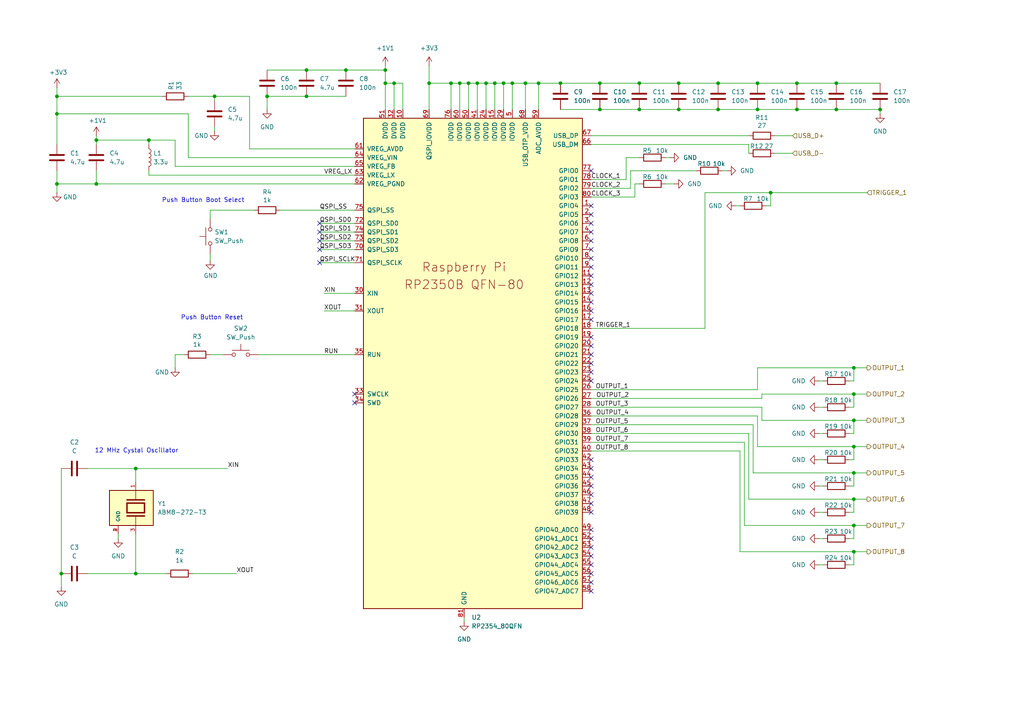
<source format=kicad_sch>
(kicad_sch (version 20250114) (generator "eeschema") (generator_version "9.0")
  (paper "A4")
  (title_block (title "OpenSync Microcontroller and Clock") (date "2025-10-31") (rev "0.1") (company "OpenPIV Consortium") (comment 1 "Microcontroller, crystal clock, and boot select is incl. here."))
  (lib_symbols
    (symbol "ABM8-272-T3:ABM8-272-T3" (pin_names (offset 1.016))
      (property "Reference" "Y" (at -5.0878 6.3559 0))
      (property "Value" "ABM8-272-T3" (at -5.0944 -10.16 0))
      (symbol "ABM8-272-T3_0_0"
        (polyline (pts (xy -5.08 0) (xy -2.54 0)) (stroke (width 0.1524)))
        (rectangle (start -5.08 -7.62) (end 5.08 5.08) (stroke (width 0.254)) (fill (type background)))
        (polyline (pts (xy -2.3368 2.54) (xy -2.3368 -2.54)) (stroke (width 0.4064)))
        (polyline (pts (xy -1.397 2.54) (xy -1.397 -2.54)) (stroke (width 0.4064)))
        (polyline (pts (xy -1.397 2.54) (xy 1.397 2.54)) (stroke (width 0.4064)))
        (polyline (pts (xy 1.397 2.54) (xy 1.397 -2.54)) (stroke (width 0.4064)))
        (polyline (pts (xy 1.397 -2.54) (xy -1.397 -2.54)) (stroke (width 0.4064)))
        (polyline (pts (xy 2.3368 2.54) (xy 2.3368 -2.54)) (stroke (width 0.4064)))
        (polyline (pts (xy 2.54 0) (xy 5.08 0)) (stroke (width 0.1524)))
        (pin passive line (at -7.62 0 0) (length 2.54) (name "~") (number "1"))
        (pin passive line (at 7.62 0 180) (length 2.54) (name "~") (number "3"))
        (pin power_in line (at 7.62 -5.08 180) (length 2.54) (name "GND") (number "2"))
        (pin power_in line (at 7.62 -5.08 180) (length 2.54) (name "GND") (number "4"))
      )
    )
    (symbol "Device:C" (pin_numbers (hide yes)) (pin_names (offset 0.254))
      (property "Reference" "C" (at 0.635 2.54 0))
      (property "Value" "C" (at 0.635 -2.54 0))
      (symbol "C_0_1"
        (polyline (pts (xy -2.032 0.762) (xy 2.032 0.762)) (stroke (width 0.508)))
        (polyline (pts (xy -2.032 -0.762) (xy 2.032 -0.762)) (stroke (width 0.508)))
      )
      (symbol "C_1_1"
        (pin passive line (at 0 3.81 270) (length 2.794) (name "~") (number "1"))
        (pin passive line (at 0 -3.81 90) (length 2.794) (name "~") (number "2"))
      )
    )
    (symbol "Device:L" (pin_numbers (hide yes)) (pin_names (offset 1.016) (hide yes))
      (property "Reference" "L" (at -1.27 0 90))
      (property "Value" "L" (at 1.905 0 90))
      (symbol "L_0_1"
        (arc (start 0 2.54) (mid 0.6323 1.905) (end 0 1.27))
        (arc (start 0 1.27) (mid 0.6323 0.635) (end 0 0))
        (arc (start 0 0) (mid 0.6323 -0.635) (end 0 -1.27))
        (arc (start 0 -1.27) (mid 0.6323 -1.905) (end 0 -2.54))
      )
      (symbol "L_1_1"
        (pin passive line (at 0 3.81 270) (length 1.27) (name "1") (number "1"))
        (pin passive line (at 0 -3.81 90) (length 1.27) (name "2") (number "2"))
      )
    )
    (symbol "Device:R" (pin_numbers (hide yes)) (pin_names (offset 0))
      (property "Reference" "R" (at 2.032 0 90))
      (property "Value" "R" (at 0 0 90))
      (symbol "R_0_1"
        (rectangle (start -1.016 -2.54) (end 1.016 2.54) (stroke (width 0.254)))
      )
      (symbol "R_1_1"
        (pin passive line (at 0 3.81 270) (length 1.27) (name "~") (number "1"))
        (pin passive line (at 0 -3.81 90) (length 1.27) (name "~") (number "2"))
      )
    )
    (symbol "MCU_RaspberryPi_RP2350:RP2350_80QFN" (pin_names (offset 1.016))
      (property "Reference" "U" (at -29.21 49.53 0))
      (property "Value" "RP2350_80QFN" (at 25.4 -96.52 0))
      (symbol "RP2350_80QFN_0_0"
        (text "Raspberry Pi" (at 0 5.08 0) (effects (font (size 2.54 2.54))))
      )
      (symbol "RP2350_80QFN_0_1"
        (rectangle (start -29.21 48.26) (end 34.29 -93.98) (stroke (width 0.254)) (fill (type background)))
      )
      (symbol "RP2350_80QFN_1_0"
        (text "RP2350B QFN-80" (at 0 0 0) (effects (font (size 2.54 2.54))))
      )
      (symbol "RP2350_80QFN_1_1"
        (pin power_in line (at -31.75 39.37 0) (length 2.54) (name "VREG_AVDD") (number "61"))
        (pin power_in line (at -31.75 36.83 0) (length 2.54) (name "VREG_VIN") (number "64"))
        (pin input line (at -31.75 34.29 0) (length 2.54) (name "VREG_FB") (number "65"))
        (pin power_out line (at -31.75 31.75 0) (length 2.54) (name "VREG_LX") (number "63"))
        (pin power_in line (at -31.75 29.21 0) (length 2.54) (name "VREG_PGND") (number "62"))
        (pin bidirectional line (at -31.75 21.59 0) (length 2.54) (name "QSPI_SS") (number "75"))
        (pin bidirectional line (at -31.75 17.78 0) (length 2.54) (name "QSPI_SD0") (number "72"))
        (pin bidirectional line (at -31.75 15.24 0) (length 2.54) (name "QSPI_SD1") (number "74"))
        (pin bidirectional line (at -31.75 12.7 0) (length 2.54) (name "QSPI_SD2") (number "73"))
        (pin bidirectional line (at -31.75 10.16 0) (length 2.54) (name "QSPI_SD3") (number "70"))
        (pin output line (at -31.75 6.35 0) (length 2.54) (name "QSPI_SCLK") (number "71"))
        (pin input line (at -31.75 -2.54 0) (length 2.54) (name "XIN") (number "30"))
        (pin passive line (at -31.75 -7.62 0) (length 2.54) (name "XOUT") (number "31"))
        (pin input line (at -31.75 -20.32 0) (length 2.54) (name "RUN") (number "35"))
        (pin output line (at -31.75 -31.75 0) (length 2.54) (name "SWCLK") (number "33"))
        (pin bidirectional line (at -31.75 -34.29 0) (length 2.54) (name "SWD") (number "34"))
        (pin power_in line (at -22.86 50.8 270) (length 2.54) (name "DVDD") (number "51"))
        (pin power_in line (at -20.32 50.8 270) (length 2.54) (name "DVDD") (number "32"))
        (pin power_in line (at -17.78 50.8 270) (length 2.54) (name "DVDD") (number "10"))
        (pin power_in line (at -10.16 50.8 270) (length 2.54) (name "QSPI_IOVDD") (number "69"))
        (pin power_in line (at -3.81 50.8 270) (length 2.54) (name "IOVDD") (number "76"))
        (pin power_in line (at -1.27 50.8 270) (length 2.54) (name "IOVDD") (number "60"))
        (pin power_in line (at 0 -96.52 90) (length 2.54) (name "GND") (number "81"))
        (pin power_in line (at 1.27 50.8 270) (length 2.54) (name "IOVDD") (number "50"))
        (pin power_in line (at 3.81 50.8 270) (length 2.54) (name "IOVDD") (number "41"))
        (pin power_in line (at 6.35 50.8 270) (length 2.54) (name "IOVDD") (number "24"))
        (pin power_in line (at 8.89 50.8 270) (length 2.54) (name "IOVDD") (number "15"))
        (pin power_in line (at 11.43 50.8 270) (length 2.54) (name "IOVDD") (number "29"))
        (pin power_in line (at 13.97 50.8 270) (length 2.54) (name "IOVDD") (number "5"))
        (pin power_in line (at 17.78 50.8 270) (length 2.54) (name "USB_OTP_VDD") (number "68"))
        (pin power_in line (at 21.59 50.8 270) (length 2.54) (name "ADC_AVDD") (number "59"))
        (pin bidirectional line (at 36.83 43.18 180) (length 2.54) (name "USB_DP") (number "67"))
        (pin bidirectional line (at 36.83 40.64 180) (length 2.54) (name "USB_DM") (number "66"))
        (pin bidirectional line (at 36.83 33.02 180) (length 2.54) (name "GPIO0") (number "77"))
        (pin bidirectional line (at 36.83 30.48 180) (length 2.54) (name "GPIO1") (number "78"))
        (pin bidirectional line (at 36.83 27.94 180) (length 2.54) (name "GPIO2") (number "79"))
        (pin bidirectional line (at 36.83 25.4 180) (length 2.54) (name "GPIO3") (number "80"))
        (pin bidirectional line (at 36.83 22.86 180) (length 2.54) (name "GPIO4") (number "1"))
        (pin bidirectional line (at 36.83 20.32 180) (length 2.54) (name "GPIO5") (number "2"))
        (pin bidirectional line (at 36.83 17.78 180) (length 2.54) (name "GPIO6") (number "3"))
        (pin bidirectional line (at 36.83 15.24 180) (length 2.54) (name "GPIO7") (number "4"))
        (pin bidirectional line (at 36.83 12.7 180) (length 2.54) (name "GPIO8") (number "6"))
        (pin bidirectional line (at 36.83 10.16 180) (length 2.54) (name "GPIO9") (number "7"))
        (pin bidirectional line (at 36.83 7.62 180) (length 2.54) (name "GPIO10") (number "8"))
        (pin bidirectional line (at 36.83 5.08 180) (length 2.54) (name "GPIO11") (number "9"))
        (pin bidirectional line (at 36.83 2.54 180) (length 2.54) (name "GPIO12") (number "11"))
        (pin bidirectional line (at 36.83 0 180) (length 2.54) (name "GPIO13") (number "12"))
        (pin bidirectional line (at 36.83 -2.54 180) (length 2.54) (name "GPIO14") (number "13"))
        (pin bidirectional line (at 36.83 -5.08 180) (length 2.54) (name "GPIO15") (number "14"))
        (pin bidirectional line (at 36.83 -7.62 180) (length 2.54) (name "GPIO16") (number "16"))
        (pin bidirectional line (at 36.83 -10.16 180) (length 2.54) (name "GPIO17") (number "17"))
        (pin bidirectional line (at 36.83 -12.7 180) (length 2.54) (name "GPIO18") (number "18"))
        (pin bidirectional line (at 36.83 -15.24 180) (length 2.54) (name "GPIO19") (number "19"))
        (pin bidirectional line (at 36.83 -17.78 180) (length 2.54) (name "GPIO20") (number "20"))
        (pin bidirectional line (at 36.83 -20.32 180) (length 2.54) (name "GPIO21") (number "21"))
        (pin bidirectional line (at 36.83 -22.86 180) (length 2.54) (name "GPIO22") (number "22"))
        (pin bidirectional line (at 36.83 -25.4 180) (length 2.54) (name "GPIO23") (number "23"))
        (pin bidirectional line (at 36.83 -27.94 180) (length 2.54) (name "GPIO24") (number "25"))
        (pin bidirectional line (at 36.83 -30.48 180) (length 2.54) (name "GPIO25") (number "26"))
        (pin bidirectional line (at 36.83 -33.02 180) (length 2.54) (name "GPIO26") (number "27"))
        (pin bidirectional line (at 36.83 -35.56 180) (length 2.54) (name "GPIO27") (number "28"))
        (pin bidirectional line (at 36.83 -38.1 180) (length 2.54) (name "GPIO28") (number "36"))
        (pin bidirectional line (at 36.83 -40.64 180) (length 2.54) (name "GPIO29") (number "37"))
        (pin bidirectional line (at 36.83 -43.18 180) (length 2.54) (name "GPIO30") (number "38"))
        (pin bidirectional line (at 36.83 -45.72 180) (length 2.54) (name "GPIO31") (number "39"))
        (pin bidirectional line (at 36.83 -48.26 180) (length 2.54) (name "GPIO32") (number "40"))
        (pin bidirectional line (at 36.83 -50.8 180) (length 2.54) (name "GPIO33") (number "42"))
        (pin bidirectional line (at 36.83 -53.34 180) (length 2.54) (name "GPIO34") (number "43"))
        (pin bidirectional line (at 36.83 -55.88 180) (length 2.54) (name "GPIO35") (number "44"))
        (pin bidirectional line (at 36.83 -58.42 180) (length 2.54) (name "GPIO36") (number "45"))
        (pin bidirectional line (at 36.83 -60.96 180) (length 2.54) (name "GPIO37") (number "46"))
        (pin bidirectional line (at 36.83 -63.5 180) (length 2.54) (name "GPIO38") (number "47"))
        (pin bidirectional line (at 36.83 -66.04 180) (length 2.54) (name "GPIO39") (number "48"))
        (pin bidirectional line (at 36.83 -71.12 180) (length 2.54) (name "GPIO40_ADC0") (number "49"))
        (pin bidirectional line (at 36.83 -73.66 180) (length 2.54) (name "GPIO41_ADC1") (number "52"))
        (pin bidirectional line (at 36.83 -76.2 180) (length 2.54) (name "GPIO42_ADC2") (number "53"))
        (pin bidirectional line (at 36.83 -78.74 180) (length 2.54) (name "GPIO43_ADC3") (number "54"))
        (pin bidirectional line (at 36.83 -81.28 180) (length 2.54) (name "GPIO44_ADC4") (number "55"))
        (pin bidirectional line (at 36.83 -83.82 180) (length 2.54) (name "GPIO45_ADC5") (number "56"))
        (pin bidirectional line (at 36.83 -86.36 180) (length 2.54) (name "GPIO46_ADC6") (number "57"))
        (pin bidirectional line (at 36.83 -88.9 180) (length 2.54) (name "GPIO47_ADC7") (number "58"))
      )
    )
    (symbol "Switch:SW_Push" (pin_numbers (hide yes)) (pin_names (offset 1.016) (hide yes))
      (property "Reference" "SW" (at 1.27 2.54 0))
      (property "Value" "SW_Push" (at 0 -1.524 0))
      (symbol "SW_Push_0_1"
        (circle (center -2.032 0) (radius 0.508))
        (polyline (pts (xy 0 1.27) (xy 0 3.048)))
        (circle (center 2.032 0) (radius 0.508))
        (polyline (pts (xy 2.54 1.27) (xy -2.54 1.27)))
        (pin passive line (at -5.08 0 0) (length 2.54) (name "1") (number "1"))
        (pin passive line (at 5.08 0 180) (length 2.54) (name "2") (number "2"))
      )
    )
    (symbol "power:+1V1" (power) (pin_numbers (hide yes)) (pin_names (offset 0) (hide yes))
      (property "Value" "+1V1" (at 0 3.556 0))
      (symbol "+1V1_0_1"
        (polyline (pts (xy -0.762 1.27) (xy 0 2.54)))
        (polyline (pts (xy 0 2.54) (xy 0.762 1.27)))
        (polyline (pts (xy 0 0) (xy 0 2.54)))
      )
      (symbol "+1V1_1_1"
        (pin power_in line (at 0 0 90) (length 0) (name "~") (number "1"))
      )
    )
    (symbol "power:+3V3" (power) (pin_numbers (hide yes)) (pin_names (offset 0) (hide yes))
      (property "Value" "+3V3" (at 0 3.556 0))
      (symbol "+3V3_0_1"
        (polyline (pts (xy -0.762 1.27) (xy 0 2.54)))
        (polyline (pts (xy 0 2.54) (xy 0.762 1.27)))
        (polyline (pts (xy 0 0) (xy 0 2.54)))
      )
      (symbol "+3V3_1_1"
        (pin power_in line (at 0 0 90) (length 0) (name "~") (number "1"))
      )
    )
    (symbol "power:GND" (power) (pin_numbers (hide yes)) (pin_names (offset 0) (hide yes))
      (property "Value" "GND" (at 0 -3.81 0))
      (symbol "GND_0_1"
        (polyline (pts (xy 0 0) (xy 0 -1.27) (xy 1.27 -1.27) (xy 0 -2.54) (xy -1.27 -1.27) (xy 0 -1.27)))
      )
      (symbol "GND_1_1"
        (pin power_in line (at 0 0 270) (length 0) (name "~") (number "1"))
      )
    )
  )
  (text "12 MHz Cystal Oscillator" (at 39.624 130.81 0) (effects (font (size 1.27 1.27))))
  (text "Push Button Boot Select" (at 58.928 58.166 0) (effects (font (size 1.27 1.27))))
  (text "Push Button Reset" (at 61.468 92.202 0) (effects (font (size 1.27 1.27))))
  (junction (at 247.65 152.4))
  (junction (at 156.21 24.13))
  (junction (at 88.9 20.32))
  (junction (at 219.71 31.75))
  (junction (at 231.14 31.75))
  (junction (at 16.51 33.02))
  (junction (at 148.59 24.13))
  (junction (at 27.94 53.34))
  (junction (at 133.35 24.13))
  (junction (at 138.43 24.13))
  (junction (at 16.51 53.34))
  (junction (at 255.27 31.75))
  (junction (at 247.65 160.02))
  (junction (at 143.51 24.13))
  (junction (at 208.28 31.75))
  (junction (at 62.23 27.94))
  (junction (at 242.57 31.75))
  (junction (at 196.85 24.13))
  (junction (at 208.28 24.13))
  (junction (at 162.56 24.13))
  (junction (at 185.42 31.75))
  (junction (at 247.65 144.78))
  (junction (at 247.65 114.3))
  (junction (at 39.37 135.89))
  (junction (at 146.05 24.13))
  (junction (at 223.52 55.88))
  (junction (at 39.37 166.37))
  (junction (at 173.99 31.75))
  (junction (at 88.9 27.94))
  (junction (at 17.78 166.37))
  (junction (at 247.65 137.16))
  (junction (at 114.3 24.13))
  (junction (at 124.46 24.13))
  (junction (at 185.42 24.13))
  (junction (at 173.99 24.13))
  (junction (at 247.65 106.68))
  (junction (at 111.76 24.13))
  (junction (at 140.97 24.13))
  (junction (at 242.57 24.13))
  (junction (at 130.81 24.13))
  (junction (at 16.51 27.94))
  (junction (at 77.47 27.94))
  (junction (at 100.33 20.32))
  (junction (at 231.14 24.13))
  (junction (at 135.89 24.13))
  (junction (at 247.65 129.54))
  (junction (at 247.65 121.92))
  (junction (at 27.94 40.64))
  (junction (at 152.4 24.13))
  (junction (at 219.71 24.13))
  (junction (at 196.85 31.75))
  (junction (at 111.76 20.32))
  (junction (at 43.18 40.64))
  (no_connect (at 171.45 62.23))
  (no_connect (at 171.45 146.05))
  (no_connect (at 171.45 133.35))
  (no_connect (at 171.45 72.39))
  (no_connect (at 171.45 143.51))
  (no_connect (at 171.45 107.95))
  (no_connect (at 171.45 156.21))
  (no_connect (at 171.45 97.79))
  (no_connect (at 171.45 148.59))
  (no_connect (at 171.45 153.67))
  (no_connect (at 171.45 82.55))
  (no_connect (at 171.45 102.87))
  (no_connect (at 171.45 64.77))
  (no_connect (at 171.45 77.47))
  (no_connect (at 171.45 67.31))
  (no_connect (at 171.45 74.93))
  (no_connect (at 171.45 90.17))
  (no_connect (at 92.71 76.2))
  (no_connect (at 171.45 138.43))
  (no_connect (at 171.45 168.91))
  (no_connect (at 92.71 64.77))
  (no_connect (at 171.45 163.83))
  (no_connect (at 171.45 166.37))
  (no_connect (at 171.45 69.85))
  (no_connect (at 171.45 100.33))
  (no_connect (at 102.87 114.3))
  (no_connect (at 171.45 80.01))
  (no_connect (at 171.45 92.71))
  (no_connect (at 171.45 161.29))
  (no_connect (at 92.71 72.39))
  (no_connect (at 171.45 110.49))
  (no_connect (at 92.71 67.31))
  (no_connect (at 171.45 59.69))
  (no_connect (at 102.87 116.84))
  (no_connect (at 171.45 158.75))
  (no_connect (at 92.71 69.85))
  (no_connect (at 171.45 85.09))
  (no_connect (at 171.45 171.45))
  (no_connect (at 171.45 135.89))
  (no_connect (at 171.45 87.63))
  (no_connect (at 171.45 140.97))
  (no_connect (at 171.45 105.41))
  (no_connect (at 171.45 49.53))
  (wire (pts (xy 224.79 39.37) (xy 229.87 39.37)))
  (wire (pts (xy 130.81 24.13) (xy 130.81 31.75)))
  (wire (pts (xy 247.65 129.54) (xy 247.65 133.35)))
  (wire (pts (xy 219.71 106.68) (xy 247.65 106.68)))
  (wire (pts (xy 27.94 53.34) (xy 102.87 53.34)))
  (wire (pts (xy 124.46 19.05) (xy 124.46 24.13)))
  (wire (pts (xy 237.49 110.49) (xy 238.76 110.49)))
  (wire (pts (xy 215.9 128.27) (xy 215.9 152.4)))
  (wire (pts (xy 116.84 31.75) (xy 116.84 24.13)))
  (wire (pts (xy 43.18 50.8) (xy 102.87 50.8)))
  (wire (pts (xy 223.52 55.88) (xy 251.46 55.88)))
  (wire (pts (xy 124.46 31.75) (xy 124.46 24.13)))
  (wire (pts (xy 204.47 55.88) (xy 223.52 55.88)))
  (wire (pts (xy 247.65 144.78) (xy 251.46 144.78)))
  (wire (pts (xy 247.65 106.68) (xy 247.65 110.49)))
  (wire (pts (xy 92.71 69.85) (xy 102.87 69.85)))
  (wire (pts (xy 135.89 24.13) (xy 138.43 24.13)))
  (wire (pts (xy 209.55 49.53) (xy 210.82 49.53)))
  (wire (pts (xy 74.93 102.87) (xy 102.87 102.87)))
  (wire (pts (xy 223.52 55.88) (xy 223.52 59.69)))
  (wire (pts (xy 39.37 166.37) (xy 39.37 154.94)))
  (wire (pts (xy 171.45 115.57) (xy 220.98 115.57)))
  (wire (pts (xy 148.59 24.13) (xy 152.4 24.13)))
  (wire (pts (xy 53.34 102.87) (xy 50.8 102.87)))
  (wire (pts (xy 231.14 24.13) (xy 242.57 24.13)))
  (wire (pts (xy 247.65 118.11) (xy 246.38 118.11)))
  (wire (pts (xy 171.45 125.73) (xy 217.17 125.73)))
  (wire (pts (xy 25.4 135.89) (xy 39.37 135.89)))
  (wire (pts (xy 93.98 85.09) (xy 102.87 85.09)))
  (wire (pts (xy 116.84 24.13) (xy 114.3 24.13)))
  (wire (pts (xy 247.65 133.35) (xy 246.38 133.35)))
  (wire (pts (xy 220.98 114.3) (xy 247.65 114.3)))
  (wire (pts (xy 143.51 24.13) (xy 143.51 31.75)))
  (wire (pts (xy 247.65 140.97) (xy 246.38 140.97)))
  (wire (pts (xy 247.65 110.49) (xy 246.38 110.49)))
  (wire (pts (xy 247.65 137.16) (xy 247.65 140.97)))
  (wire (pts (xy 237.49 156.21) (xy 238.76 156.21)))
  (wire (pts (xy 184.15 53.34) (xy 184.15 57.15)))
  (wire (pts (xy 152.4 24.13) (xy 152.4 31.75)))
  (wire (pts (xy 247.65 137.16) (xy 251.46 137.16)))
  (wire (pts (xy 50.8 40.64) (xy 43.18 40.64)))
  (wire (pts (xy 171.45 41.91) (xy 217.17 41.91)))
  (wire (pts (xy 219.71 24.13) (xy 231.14 24.13)))
  (wire (pts (xy 223.52 59.69) (xy 222.25 59.69)))
  (wire (pts (xy 27.94 39.37) (xy 27.94 40.64)))
  (wire (pts (xy 60.96 60.96) (xy 60.96 63.5)))
  (wire (pts (xy 50.8 48.26) (xy 102.87 48.26)))
  (wire (pts (xy 185.42 31.75) (xy 196.85 31.75)))
  (wire (pts (xy 100.33 20.32) (xy 111.76 20.32)))
  (wire (pts (xy 16.51 25.4) (xy 16.51 27.94)))
  (wire (pts (xy 16.51 53.34) (xy 27.94 53.34)))
  (wire (pts (xy 92.71 72.39) (xy 102.87 72.39)))
  (wire (pts (xy 54.61 27.94) (xy 62.23 27.94)))
  (wire (pts (xy 201.93 49.53) (xy 182.88 49.53)))
  (wire (pts (xy 196.85 31.75) (xy 208.28 31.75)))
  (wire (pts (xy 237.49 133.35) (xy 238.76 133.35)))
  (wire (pts (xy 181.61 45.72) (xy 181.61 52.07)))
  (wire (pts (xy 16.51 49.53) (xy 16.51 53.34)))
  (wire (pts (xy 50.8 48.26) (xy 50.8 40.64)))
  (wire (pts (xy 43.18 50.8) (xy 43.18 49.53)))
  (wire (pts (xy 111.76 24.13) (xy 111.76 31.75)))
  (wire (pts (xy 92.71 76.2) (xy 102.87 76.2)))
  (wire (pts (xy 72.39 27.94) (xy 72.39 43.18)))
  (wire (pts (xy 162.56 24.13) (xy 173.99 24.13)))
  (wire (pts (xy 25.4 166.37) (xy 39.37 166.37)))
  (wire (pts (xy 93.98 90.17) (xy 102.87 90.17)))
  (wire (pts (xy 193.04 53.34) (xy 195.58 53.34)))
  (wire (pts (xy 133.35 24.13) (xy 133.35 31.75)))
  (wire (pts (xy 171.45 123.19) (xy 218.44 123.19)))
  (wire (pts (xy 220.98 121.92) (xy 247.65 121.92)))
  (wire (pts (xy 114.3 24.13) (xy 111.76 24.13)))
  (wire (pts (xy 219.71 113.03) (xy 219.71 106.68)))
  (wire (pts (xy 218.44 137.16) (xy 247.65 137.16)))
  (wire (pts (xy 214.63 130.81) (xy 214.63 160.02)))
  (wire (pts (xy 39.37 166.37) (xy 48.26 166.37)))
  (wire (pts (xy 62.23 27.94) (xy 62.23 29.21)))
  (wire (pts (xy 34.29 154.94) (xy 34.29 156.21)))
  (wire (pts (xy 247.65 152.4) (xy 247.65 156.21)))
  (wire (pts (xy 182.88 54.61) (xy 171.45 54.61)))
  (wire (pts (xy 16.51 27.94) (xy 16.51 33.02)))
  (wire (pts (xy 237.49 118.11) (xy 238.76 118.11)))
  (wire (pts (xy 16.51 27.94) (xy 46.99 27.94)))
  (wire (pts (xy 184.15 57.15) (xy 171.45 57.15)))
  (wire (pts (xy 184.15 53.34) (xy 185.42 53.34)))
  (wire (pts (xy 247.65 121.92) (xy 247.65 125.73)))
  (wire (pts (xy 16.51 33.02) (xy 54.61 33.02)))
  (wire (pts (xy 138.43 24.13) (xy 140.97 24.13)))
  (wire (pts (xy 237.49 140.97) (xy 238.76 140.97)))
  (wire (pts (xy 171.45 39.37) (xy 217.17 39.37)))
  (wire (pts (xy 217.17 125.73) (xy 217.17 144.78)))
  (wire (pts (xy 171.45 120.65) (xy 219.71 120.65)))
  (wire (pts (xy 54.61 45.72) (xy 102.87 45.72)))
  (wire (pts (xy 55.88 166.37) (xy 68.58 166.37)))
  (wire (pts (xy 111.76 20.32) (xy 111.76 24.13)))
  (wire (pts (xy 247.65 148.59) (xy 246.38 148.59)))
  (wire (pts (xy 148.59 24.13) (xy 148.59 31.75)))
  (wire (pts (xy 247.65 121.92) (xy 251.46 121.92)))
  (wire (pts (xy 77.47 20.32) (xy 88.9 20.32)))
  (wire (pts (xy 60.96 73.66) (xy 60.96 75.565)))
  (wire (pts (xy 156.21 24.13) (xy 162.56 24.13)))
  (wire (pts (xy 220.98 115.57) (xy 220.98 114.3)))
  (wire (pts (xy 60.96 102.87) (xy 64.77 102.87)))
  (wire (pts (xy 237.49 163.83) (xy 238.76 163.83)))
  (wire (pts (xy 247.65 163.83) (xy 246.38 163.83)))
  (wire (pts (xy 247.65 156.21) (xy 246.38 156.21)))
  (wire (pts (xy 134.62 179.07) (xy 134.62 180.34)))
  (wire (pts (xy 140.97 24.13) (xy 140.97 31.75)))
  (wire (pts (xy 247.65 160.02) (xy 247.65 163.83)))
  (wire (pts (xy 208.28 31.75) (xy 219.71 31.75)))
  (wire (pts (xy 77.47 27.94) (xy 88.9 27.94)))
  (wire (pts (xy 214.63 160.02) (xy 247.65 160.02)))
  (wire (pts (xy 185.42 24.13) (xy 196.85 24.13)))
  (wire (pts (xy 242.57 31.75) (xy 255.27 31.75)))
  (wire (pts (xy 171.45 113.03) (xy 219.71 113.03)))
  (wire (pts (xy 171.45 130.81) (xy 214.63 130.81)))
  (wire (pts (xy 72.39 43.18) (xy 102.87 43.18)))
  (wire (pts (xy 219.71 31.75) (xy 231.14 31.75)))
  (wire (pts (xy 114.3 24.13) (xy 114.3 31.75)))
  (wire (pts (xy 62.23 27.94) (xy 72.39 27.94)))
  (wire (pts (xy 220.98 118.11) (xy 220.98 121.92)))
  (wire (pts (xy 204.47 55.88) (xy 204.47 95.25)))
  (wire (pts (xy 231.14 31.75) (xy 242.57 31.75)))
  (wire (pts (xy 81.28 60.96) (xy 102.87 60.96)))
  (wire (pts (xy 162.56 31.75) (xy 173.99 31.75)))
  (wire (pts (xy 140.97 24.13) (xy 143.51 24.13)))
  (wire (pts (xy 27.94 49.53) (xy 27.94 53.34)))
  (wire (pts (xy 247.65 160.02) (xy 251.46 160.02)))
  (wire (pts (xy 92.71 67.31) (xy 102.87 67.31)))
  (wire (pts (xy 173.99 24.13) (xy 185.42 24.13)))
  (wire (pts (xy 217.17 41.91) (xy 217.17 44.45)))
  (wire (pts (xy 39.37 135.89) (xy 39.37 139.7)))
  (wire (pts (xy 219.71 129.54) (xy 247.65 129.54)))
  (wire (pts (xy 77.47 27.94) (xy 77.47 31.75)))
  (wire (pts (xy 242.57 24.13) (xy 255.27 24.13)))
  (wire (pts (xy 173.99 31.75) (xy 185.42 31.75)))
  (wire (pts (xy 88.9 20.32) (xy 100.33 20.32)))
  (wire (pts (xy 247.65 106.68) (xy 251.46 106.68)))
  (wire (pts (xy 133.35 24.13) (xy 135.89 24.13)))
  (wire (pts (xy 217.17 144.78) (xy 247.65 144.78)))
  (wire (pts (xy 66.04 135.89) (xy 39.37 135.89)))
  (wire (pts (xy 146.05 24.13) (xy 146.05 31.75)))
  (wire (pts (xy 219.71 120.65) (xy 219.71 129.54)))
  (wire (pts (xy 27.94 40.64) (xy 43.18 40.64)))
  (wire (pts (xy 16.51 33.02) (xy 16.51 41.91)))
  (wire (pts (xy 143.51 24.13) (xy 146.05 24.13)))
  (wire (pts (xy 17.78 135.89) (xy 17.78 166.37)))
  (wire (pts (xy 135.89 24.13) (xy 135.89 31.75)))
  (wire (pts (xy 124.46 24.13) (xy 130.81 24.13)))
  (wire (pts (xy 247.65 125.73) (xy 246.38 125.73)))
  (wire (pts (xy 213.36 59.69) (xy 214.63 59.69)))
  (wire (pts (xy 204.47 95.25) (xy 171.45 95.25)))
  (wire (pts (xy 152.4 24.13) (xy 156.21 24.13)))
  (wire (pts (xy 62.23 38.1) (xy 62.23 36.83)))
  (wire (pts (xy 146.05 24.13) (xy 148.59 24.13)))
  (wire (pts (xy 182.88 49.53) (xy 182.88 54.61)))
  (wire (pts (xy 247.65 152.4) (xy 251.46 152.4)))
  (wire (pts (xy 224.79 44.45) (xy 229.87 44.45)))
  (wire (pts (xy 215.9 152.4) (xy 247.65 152.4)))
  (wire (pts (xy 247.65 144.78) (xy 247.65 148.59)))
  (wire (pts (xy 92.71 64.77) (xy 102.87 64.77)))
  (wire (pts (xy 17.78 166.37) (xy 17.78 170.18)))
  (wire (pts (xy 218.44 123.19) (xy 218.44 137.16)))
  (wire (pts (xy 27.94 41.91) (xy 27.94 40.64)))
  (wire (pts (xy 111.76 19.05) (xy 111.76 20.32)))
  (wire (pts (xy 50.8 102.87) (xy 50.8 106.68)))
  (wire (pts (xy 138.43 24.13) (xy 138.43 31.75)))
  (wire (pts (xy 54.61 33.02) (xy 54.61 45.72)))
  (wire (pts (xy 255.27 31.75) (xy 255.27 33.02)))
  (wire (pts (xy 237.49 125.73) (xy 238.76 125.73)))
  (wire (pts (xy 130.81 24.13) (xy 133.35 24.13)))
  (wire (pts (xy 237.49 148.59) (xy 238.76 148.59)))
  (wire (pts (xy 156.21 24.13) (xy 156.21 31.75)))
  (wire (pts (xy 43.18 40.64) (xy 43.18 41.91)))
  (wire (pts (xy 171.45 128.27) (xy 215.9 128.27)))
  (wire (pts (xy 181.61 45.72) (xy 185.42 45.72)))
  (wire (pts (xy 208.28 24.13) (xy 219.71 24.13)))
  (wire (pts (xy 171.45 118.11) (xy 220.98 118.11)))
  (wire (pts (xy 88.9 27.94) (xy 100.33 27.94)))
  (wire (pts (xy 247.65 114.3) (xy 247.65 118.11)))
  (wire (pts (xy 16.51 53.34) (xy 16.51 55.88)))
  (wire (pts (xy 193.04 45.72) (xy 194.31 45.72)))
  (wire (pts (xy 247.65 114.3) (xy 251.46 114.3)))
  (wire (pts (xy 73.66 60.96) (xy 60.96 60.96)))
  (wire (pts (xy 181.61 52.07) (xy 171.45 52.07)))
  (wire (pts (xy 196.85 24.13) (xy 208.28 24.13)))
  (wire (pts (xy 247.65 129.54) (xy 251.46 129.54)))
  (label "OUTPUT_3" (at 172.72 118.11 0))
  (label "XOUT" (at 68.58 166.37 0))
  (label "XIN" (at 93.98 85.09 0))
  (label "OUTPUT_1" (at 172.72 113.03 0))
  (label "CLOCK_2" (at 171.45 54.61 0))
  (label "RUN" (at 93.98 102.87 0))
  (label "OUTPUT_2" (at 172.8998 115.57 0))
  (label "QSPI_SS" (at 92.71 60.96 0))
  (label "OUTPUT_5" (at 172.72 123.19 0))
  (label "TRIGGER_1" (at 172.72 95.25 0))
  (label "XIN" (at 66.04 135.89 0))
  (label "OUTPUT_8" (at 172.72 130.81 0))
  (label "QSPI_SD0" (at 92.71 64.77 0))
  (label "QSPI_SCLK" (at 92.71 76.2 0))
  (label "CLOCK_3" (at 171.45 57.15 0))
  (label "QSPI_SD3" (at 92.71 72.39 0))
  (label "QSPI_SD1" (at 92.71 67.31 0))
  (label "VREG_LX" (at 93.98 50.8 0))
  (label "XOUT" (at 93.98 90.17 0))
  (label "CLOCK_1" (at 171.45 52.07 0))
  (label "OUTPUT_7" (at 172.72 128.27 0))
  (label "QSPI_SD2" (at 92.71 69.85 0))
  (label "OUTPUT_4" (at 172.8453 120.65 0))
  (label "OUTPUT_6" (at 172.72 125.73 0))
  (hierarchical_label "OUTPUT_7" (shape output) (at 251.46 152.4 0))
  (hierarchical_label "OUTPUT_6" (shape output) (at 251.46 144.78 0))
  (hierarchical_label "OUTPUT_1" (shape output) (at 251.46 106.68 0))
  (hierarchical_label "OUTPUT_2" (shape output) (at 251.46 114.3 0))
  (hierarchical_label "OUTPUT_3" (shape output) (at 251.46 121.92 0))
  (hierarchical_label "TRIGGER_1" (shape input) (at 251.46 55.88 0))
  (hierarchical_label "OUTPUT_4" (shape output) (at 251.46 129.54 0))
  (hierarchical_label "OUTPUT_5" (shape output) (at 251.46 137.16 0))
  (hierarchical_label "OUTPUT_8" (shape output) (at 251.46 160.02 0))
  (hierarchical_label "USB_D-" (shape input) (at 229.87 44.45 0))
  (hierarchical_label "USB_D+" (shape input) (at 229.87 39.37 0))
  (symbol (lib_id "power:GND") (at 237.49 125.73 270) (unit 1)
    (property "Reference" "#PWR045" (effects (hide yes)))
    (property "Value" "GND" (at 233.68 125.7299 90) (effects (justify right)))
    (property "Description" "Power symbol creates a global label with name \"GND\" , ground" (effects (hide yes)))
  )
  (symbol (lib_id "power:GND") (at 34.29 156.21 0) (unit 1)
    (property "Reference" "#PWR01" (effects (hide yes)))
    (property "Value" "GND" (at 34.29 161.29 0))
    (property "Description" "Power symbol creates a global label with name \"GND\" , ground" (effects (hide yes)))
  )
  (symbol (lib_id "power:GND") (at 237.49 163.83 270) (unit 1)
    (property "Reference" "#PWR050" (effects (hide yes)))
    (property "Value" "GND" (at 233.68 163.8299 90) (effects (justify right)))
    (property "Description" "Power symbol creates a global label with name \"GND\" , ground" (effects (hide yes)))
  )
  (symbol (lib_id "power:+3V3") (at 124.46 19.05 0) (unit 1)
    (property "Reference" "#PWR051" (effects (hide yes)))
    (property "Value" "+3V3" (at 124.46 13.97 0))
    (property "Description" "Power symbol creates a global label with name \"+3V3\"" (effects (hide yes)))
  )
  (symbol (lib_id "power:GND") (at 134.62 180.34 0) (unit 1)
    (property "Reference" "#PWR032" (effects (hide yes)))
    (property "Value" "GND" (at 134.62 185.42 0))
    (property "Description" "Power symbol creates a global label with name \"GND\" , ground" (effects (hide yes)))
  )
  (symbol (lib_id "power:GND") (at 210.82 49.53 90) (unit 1)
    (property "Reference" "#PWR038" (effects (hide yes)))
    (property "Value" "GND" (at 214.63 49.5299 90) (effects (justify right)))
    (property "Description" "Power symbol creates a global label with name \"GND\" , ground" (effects (hide yes)))
  )
  (symbol (lib_id "Device:R") (at 57.15 102.87 270) (unit 1)
    (property "Reference" "R3" (at 57.15 97.6122 90))
    (property "Value" "1k" (at 57.15 99.9236 90))
    (property "Footprint" "Resistor_SMD:R_0402_1005Metric" (effects (hide yes)))
  )
  (symbol (lib_id "power:GND") (at 62.23 38.1 0) (unit 1)
    (property "Reference" "#PWR058" (effects (hide yes)))
    (property "Value" "GND" (at 58.42 39.37 0))
  )
  (symbol (lib_id "Device:C") (at 231.14 27.94 0) (unit 1)
    (property "Reference" "C15" (at 234.95 26.6699 0) (effects (justify left)))
    (property "Value" "100n" (at 234.95 29.2099 0) (effects (justify left)))
    (property "Footprint" "RP2350_80QFN_minimal:C_0402_1005Metric_small_pads" (effects (hide yes)))
    (property "Description" "Unpolarized capacitor" (effects (hide yes)))
  )
  (symbol (lib_id "power:+1V1") (at 27.94 39.37 0) (unit 1)
    (property "Reference" "#PWR057" (effects (hide yes)))
    (property "Value" "+1V1" (at 28.321 34.9758 0))
  )
  (symbol (lib_id "Device:C") (at 185.42 27.94 0) (unit 1)
    (property "Reference" "C11" (at 189.23 26.6699 0) (effects (justify left)))
    (property "Value" "100n" (at 189.23 29.2099 0) (effects (justify left)))
    (property "Footprint" "RP2350_80QFN_minimal:C_0402_1005Metric_small_pads" (effects (hide yes)))
    (property "Description" "Unpolarized capacitor" (effects (hide yes)))
  )
  (symbol (lib_id "Device:C") (at 162.56 27.94 0) (unit 1)
    (property "Reference" "C9" (at 166.37 26.6699 0) (effects (justify left)))
    (property "Value" "100n" (at 166.37 29.21 0) (effects (justify left)))
    (property "Footprint" "RP2350_80QFN_minimal:C_0402_1005Metric_small_pads" (effects (hide yes)))
    (property "Description" "Unpolarized capacitor" (effects (hide yes)))
  )
  (symbol (lib_id "power:GND") (at 213.36 59.69 270) (unit 1)
    (property "Reference" "#PWR033" (effects (hide yes)))
    (property "Value" "GND" (at 209.55 59.6899 90) (effects (justify right)))
    (property "Description" "Power symbol creates a global label with name \"GND\" , ground" (effects (hide yes)))
  )
  (symbol (lib_id "Switch:SW_Push") (at 69.85 102.87 0) (unit 1)
    (property "Reference" "SW2" (at 69.85 95.25 0))
    (property "Value" "SW_Push" (at 69.85 97.79 0))
    (property "Footprint" "Button_Switch_SMD:SW_Push_1P1T_NO_Vertical_Wuerth_434133025816" (effects (hide yes)))
  )
  (symbol (lib_id "Device:R") (at 189.23 53.34 270) (unit 1)
    (property "Reference" "R6" (at 187.706 51.308 90))
    (property "Value" "10k" (at 192.024 51.308 90))
    (property "Footprint" "Resistor_SMD:R_0402_1005Metric" (effects (hide yes)))
  )
  (symbol (lib_id "power:GND") (at 237.49 140.97 270) (unit 1)
    (property "Reference" "#PWR047" (effects (hide yes)))
    (property "Value" "GND" (at 233.68 140.9699 90) (effects (justify right)))
    (property "Description" "Power symbol creates a global label with name \"GND\" , ground" (effects (hide yes)))
  )
  (symbol (lib_id "Device:C") (at 100.33 24.13 0) (unit 1)
    (property "Reference" "C8" (at 104.14 22.8599 0) (effects (justify left)))
    (property "Value" "100n" (at 104.14 25.3999 0) (effects (justify left)))
    (property "Footprint" "RP2350_80QFN_minimal:C_0402_1005Metric_small_pads" (effects (hide yes)))
    (property "Description" "Unpolarized capacitor" (effects (hide yes)))
  )
  (symbol (lib_id "Device:R") (at 220.98 44.45 270) (unit 1)
    (property "Reference" "R12" (at 219.456 42.418 90))
    (property "Value" "27" (at 223.012 42.418 90))
    (property "Footprint" "Resistor_SMD:R_0402_1005Metric" (effects (hide yes)))
  )
  (symbol (lib_id "Device:R") (at 242.57 110.49 270) (unit 1)
    (property "Reference" "R17" (at 241.046 108.458 90))
    (property "Value" "10k" (at 245.364 108.458 90))
    (property "Footprint" "Resistor_SMD:R_0402_1005Metric" (effects (hide yes)))
  )
  (symbol (lib_id "Device:C") (at 208.28 27.94 0) (unit 1)
    (property "Reference" "C13" (at 212.09 26.6699 0) (effects (justify left)))
    (property "Value" "100n" (at 212.09 29.2099 0) (effects (justify left)))
    (property "Footprint" "RP2350_80QFN_minimal:C_0402_1005Metric_small_pads" (effects (hide yes)))
    (property "Description" "Unpolarized capacitor" (effects (hide yes)))
  )
  (symbol (lib_id "Device:R") (at 242.57 133.35 270) (unit 1)
    (property "Reference" "R20" (at 241.046 131.318 90))
    (property "Value" "10k" (at 245.364 131.318 90))
    (property "Footprint" "Resistor_SMD:R_0402_1005Metric" (effects (hide yes)))
  )
  (symbol (lib_id "Device:C") (at 21.59 166.37 90) (unit 1)
    (property "Reference" "C3" (at 21.59 158.75 90))
    (property "Value" "C" (at 21.59 161.29 90))
    (property "Footprint" "RP2350_80QFN_minimal:C_0402_1005Metric_small_pads" (effects (hide yes)))
    (property "Description" "Unpolarized capacitor" (effects (hide yes)))
  )
  (symbol (lib_id "Device:C") (at 255.27 27.94 0) (unit 1)
    (property "Reference" "C17" (at 259.08 26.6699 0) (effects (justify left)))
    (property "Value" "100n" (at 259.08 29.2099 0) (effects (justify left)))
    (property "Footprint" "RP2350_80QFN_minimal:C_0402_1005Metric_small_pads" (effects (hide yes)))
    (property "Description" "Unpolarized capacitor" (effects (hide yes)))
  )
  (symbol (lib_id "power:GND") (at 237.49 156.21 270) (unit 1)
    (property "Reference" "#PWR049" (effects (hide yes)))
    (property "Value" "GND" (at 233.68 156.2099 90) (effects (justify right)))
    (property "Description" "Power symbol creates a global label with name \"GND\" , ground" (effects (hide yes)))
  )
  (symbol (lib_id "power:GND") (at 255.27 33.02 0) (unit 1)
    (property "Reference" "#PWR052" (effects (hide yes)))
    (property "Value" "GND" (at 255.27 38.1 0))
    (property "Description" "Power symbol creates a global label with name \"GND\" , ground" (effects (hide yes)))
  )
  (symbol (lib_id "power:GND") (at 60.96 75.565 0) (unit 1)
    (property "Reference" "#PWR059" (effects (hide yes)))
    (property "Value" "GND" (at 61.087 79.9592 0))
  )
  (symbol (lib_id "Device:R") (at 220.98 39.37 270) (unit 1)
    (property "Reference" "R11" (at 220.98 34.1122 90))
    (property "Value" "27" (at 220.98 36.4236 90))
    (property "Footprint" "Resistor_SMD:R_0402_1005Metric" (effects (hide yes)))
  )
  (symbol (lib_id "Device:C") (at 62.23 33.02 0) (unit 1)
    (property "Reference" "C5" (at 66.04 31.7499 0) (effects (justify left)))
    (property "Value" "4.7u" (at 66.04 34.2899 0) (effects (justify left)))
    (property "Footprint" "RP2350_80QFN_minimal:C_0402_1005Metric_small_pads" (effects (hide yes)))
  )
  (symbol (lib_id "Device:R") (at 242.57 118.11 270) (unit 1)
    (property "Reference" "R18" (at 241.046 116.078 90))
    (property "Value" "10k" (at 245.364 116.078 90))
    (property "Footprint" "Resistor_SMD:R_0402_1005Metric" (effects (hide yes)))
  )
  (symbol (lib_id "power:GND") (at 17.78 170.18 0) (unit 1)
    (property "Reference" "#PWR09" (effects (hide yes)))
    (property "Value" "GND" (at 17.78 175.26 0))
    (property "Description" "Power symbol creates a global label with name \"GND\" , ground" (effects (hide yes)))
  )
  (symbol (lib_id "power:GND") (at 194.31 45.72 90) (unit 1)
    (property "Reference" "#PWR035" (effects (hide yes)))
    (property "Value" "GND" (at 198.12 45.7199 90) (effects (justify right)))
    (property "Description" "Power symbol creates a global label with name \"GND\" , ground" (effects (hide yes)))
  )
  (symbol (lib_id "power:GND") (at 77.47 31.75 0) (unit 1)
    (property "Reference" "#PWR054" (effects (hide yes)))
    (property "Value" "GND" (at 77.47 36.83 0))
    (property "Description" "Power symbol creates a global label with name \"GND\" , ground" (effects (hide yes)))
  )
  (symbol (lib_id "MCU_RaspberryPi_RP2350:RP2350_80QFN") (at 134.62 82.55 0) (unit 1)
    (property "Reference" "U2" (at 136.7633 179.07 0) (effects (justify left)))
    (property "Value" "RP2354_80QFN" (at 136.7633 181.61 0) (effects (justify left)))
    (property "Footprint" "RP2350_80QFN_minimal:RP2350-QFN-80-1EP_10x10_P0.4mm_EP3.4x3.4mm_ThermalVias" (effects (hide yes)))
  )
  (symbol (lib_id "power:GND") (at 237.49 133.35 270) (unit 1)
    (property "Reference" "#PWR046" (effects (hide yes)))
    (property "Value" "GND" (at 233.68 133.3499 90) (effects (justify right)))
    (property "Description" "Power symbol creates a global label with name \"GND\" , ground" (effects (hide yes)))
  )
  (symbol (lib_id "Device:C") (at 219.71 27.94 0) (unit 1)
    (property "Reference" "C14" (at 223.52 26.6699 0) (effects (justify left)))
    (property "Value" "100n" (at 223.52 29.2099 0) (effects (justify left)))
    (property "Footprint" "RP2350_80QFN_minimal:C_0402_1005Metric_small_pads" (effects (hide yes)))
    (property "Description" "Unpolarized capacitor" (effects (hide yes)))
  )
  (symbol (lib_id "Device:R") (at 77.47 60.96 270) (unit 1)
    (property "Reference" "R4" (at 77.47 55.7022 90))
    (property "Value" "1k" (at 77.47 58.0136 90))
    (property "Footprint" "Resistor_SMD:R_0402_1005Metric" (effects (hide yes)))
  )
  (symbol (lib_id "Device:C") (at 77.47 24.13 0) (unit 1)
    (property "Reference" "C6" (at 81.28 22.8599 0) (effects (justify left)))
    (property "Value" "100n" (at 81.28 25.3999 0) (effects (justify left)))
    (property "Footprint" "RP2350_80QFN_minimal:C_0402_1005Metric_small_pads" (effects (hide yes)))
    (property "Description" "Unpolarized capacitor" (effects (hide yes)))
  )
  (symbol (lib_id "Device:C") (at 196.85 27.94 0) (unit 1)
    (property "Reference" "C12" (at 200.66 26.6699 0) (effects (justify left)))
    (property "Value" "100n" (at 200.66 29.2099 0) (effects (justify left)))
    (property "Footprint" "RP2350_80QFN_minimal:C_0402_1005Metric_small_pads" (effects (hide yes)))
    (property "Description" "Unpolarized capacitor" (effects (hide yes)))
  )
  (symbol (lib_id "Device:R") (at 189.23 45.72 270) (unit 1)
    (property "Reference" "R5" (at 187.706 43.688 90))
    (property "Value" "10k" (at 192.024 43.688 90))
    (property "Footprint" "Resistor_SMD:R_0402_1005Metric" (effects (hide yes)))
  )
  (symbol (lib_id "Device:R") (at 205.74 49.53 270) (unit 1)
    (property "Reference" "R10" (at 204.216 47.498 90))
    (property "Value" "10k" (at 208.534 47.498 90))
    (property "Footprint" "Resistor_SMD:R_0402_1005Metric" (effects (hide yes)))
  )
  (symbol (lib_id "power:+3V3") (at 16.51 25.4 0) (unit 1)
    (property "Reference" "#PWR055" (effects (hide yes)))
    (property "Value" "+3V3" (at 16.891 21.0058 0))
  )
  (symbol (lib_id "power:GND") (at 237.49 110.49 270) (unit 1)
    (property "Reference" "#PWR043" (effects (hide yes)))
    (property "Value" "GND" (at 233.68 110.4899 90) (effects (justify right)))
    (property "Description" "Power symbol creates a global label with name \"GND\" , ground" (effects (hide yes)))
  )
  (symbol (lib_id "Device:C") (at 173.99 27.94 0) (unit 1)
    (property "Reference" "C10" (at 177.8 26.6699 0) (effects (justify left)))
    (property "Value" "100n" (at 177.8 29.2099 0) (effects (justify left)))
    (property "Footprint" "RP2350_80QFN_minimal:C_0402_1005Metric_small_pads" (effects (hide yes)))
    (property "Description" "Unpolarized capacitor" (effects (hide yes)))
  )
  (symbol (lib_id "Device:R") (at 242.57 163.83 270) (unit 1)
    (property "Reference" "R24" (at 241.046 161.798 90))
    (property "Value" "10k" (at 245.364 161.798 90))
    (property "Footprint" "Resistor_SMD:R_0402_1005Metric" (effects (hide yes)))
  )
  (symbol (lib_id "Device:R") (at 242.57 125.73 270) (unit 1)
    (property "Reference" "R19" (at 241.046 123.698 90))
    (property "Value" "10k" (at 245.364 123.698 90))
    (property "Footprint" "Resistor_SMD:R_0402_1005Metric" (effects (hide yes)))
  )
  (symbol (lib_id "Device:C") (at 16.51 45.72 0) (unit 1)
    (property "Reference" "C1" (at 20.32 44.4499 0) (effects (justify left)))
    (property "Value" "4.7u" (at 20.32 46.9899 0) (effects (justify left)))
    (property "Footprint" "RP2350_80QFN_minimal:C_0402_1005Metric_small_pads" (effects (hide yes)))
  )
  (symbol (lib_id "Device:R") (at 52.07 166.37 90) (unit 1)
    (property "Reference" "R2" (at 52.07 160.02 90))
    (property "Value" "1k" (at 52.07 162.56 90))
    (property "Footprint" "Resistor_SMD:R_0402_1005Metric" (effects (hide yes)))
    (property "Description" "Resistor" (effects (hide yes)))
  )
  (symbol (lib_id "Device:C") (at 88.9 24.13 0) (unit 1)
    (property "Reference" "C7" (at 92.71 22.8599 0) (effects (justify left)))
    (property "Value" "4.7u" (at 92.71 25.3999 0) (effects (justify left)))
    (property "Footprint" "RP2350_80QFN_minimal:C_0402_1005Metric_small_pads" (effects (hide yes)))
    (property "Description" "Unpolarized capacitor" (effects (hide yes)))
  )
  (symbol (lib_id "power:GND") (at 16.51 55.88 0) (mirror y) (unit 1)
    (property "Reference" "#PWR056" (effects (hide yes)))
    (property "Value" "GND" (at 20.32 57.15 0))
  )
  (symbol (lib_id "Device:C") (at 21.59 135.89 90) (unit 1)
    (property "Reference" "C2" (at 21.59 128.27 90))
    (property "Value" "C" (at 21.59 130.81 90))
    (property "Footprint" "RP2350_80QFN_minimal:C_0402_1005Metric_small_pads" (effects (hide yes)))
    (property "Description" "Unpolarized capacitor" (effects (hide yes)))
  )
  (symbol (lib_id "Device:C") (at 242.57 27.94 0) (unit 1)
    (property "Reference" "C16" (at 246.38 26.6699 0) (effects (justify left)))
    (property "Value" "100n" (at 246.38 29.2099 0) (effects (justify left)))
    (property "Footprint" "RP2350_80QFN_minimal:C_0402_1005Metric_small_pads" (effects (hide yes)))
    (property "Description" "Unpolarized capacitor" (effects (hide yes)))
  )
  (symbol (lib_id "Switch:SW_Push") (at 60.96 68.58 90) (unit 1)
    (property "Reference" "SW1" (at 62.23 67.3099 90) (effects (justify right)))
    (property "Value" "SW_Push" (at 62.23 69.8499 90) (effects (justify right)))
    (property "Footprint" "Button_Switch_SMD:SW_Push_1P1T_NO_Vertical_Wuerth_434133025816" (effects (hide yes)))
  )
  (symbol (lib_id "ABM8-272-T3:ABM8-272-T3") (at 39.37 147.32 270) (unit 1)
    (property "Reference" "Y1" (at 45.72 146.0499 90) (effects (justify left)))
    (property "Value" "ABM8-272-T3" (at 45.72 148.5899 90) (effects (justify left)))
    (property "Footprint" "ABM8-272-T3:XTAL_ABM8-272-T3" (effects (hide yes)))
    (property "MF" "ABRACON" (effects (hide yes)))
    (property "MAXIMUM_PACKAGE_HEIGHT" "0.8mm" (effects (hide yes)))
    (property "CREATOR" "DIZAR" (effects (hide yes)))
    (property "Price" "None" (effects (hide yes)))
    (property "Package" "NON-STANDARD-4 Abracon" (effects (hide yes)))
    (property "Check_prices" "https://www.snapeda.com/parts/ABM8-272-T3/Abracon/view-part/?ref=eda" (effects (hide yes)))
    (property "STANDARD" "Manufacturer Recommendations" (effects (hide yes)))
    (property "PARTREV" "07-29-20" (effects (hide yes)))
    (property "SnapEDA_Link" "https://www.snapeda.com/parts/ABM8-272-T3/Abracon/view-part/?ref=snap" (effects (hide yes)))
    (property "MP" "ABM8-272-T3" (effects (hide yes)))
    (property "Description_1" "12 MHz ±30ppm Crystal 10pF 50 Ohms 4-SMD, No Lead" (effects (hide yes)))
    (property "Availability" "In Stock" (effects (hide yes)))
    (property "MANUFACTURER" "ABRACON" (effects (hide yes)))
  )
  (symbol (lib_id "power:GND") (at 237.49 148.59 270) (unit 1)
    (property "Reference" "#PWR048" (effects (hide yes)))
    (property "Value" "GND" (at 233.68 148.5899 90) (effects (justify right)))
    (property "Description" "Power symbol creates a global label with name \"GND\" , ground" (effects (hide yes)))
  )
  (symbol (lib_id "Device:R") (at 242.57 140.97 270) (unit 1)
    (property "Reference" "R21" (at 241.046 138.938 90))
    (property "Value" "10k" (at 245.364 138.938 90))
    (property "Footprint" "Resistor_SMD:R_0402_1005Metric" (effects (hide yes)))
  )
  (symbol (lib_id "Device:R") (at 242.57 148.59 270) (unit 1)
    (property "Reference" "R22" (at 241.046 146.558 90))
    (property "Value" "10k" (at 245.364 146.558 90))
    (property "Footprint" "Resistor_SMD:R_0402_1005Metric" (effects (hide yes)))
  )
  (symbol (lib_id "power:+1V1") (at 111.76 19.05 0) (unit 1)
    (property "Reference" "#PWR053" (effects (hide yes)))
    (property "Value" "+1V1" (at 111.76 13.97 0))
    (property "Description" "Power symbol creates a global label with name \"+1V1\"" (effects (hide yes)))
  )
  (symbol (lib_id "Device:R") (at 242.57 156.21 270) (unit 1)
    (property "Reference" "R23" (at 241.046 154.178 90))
    (property "Value" "10k" (at 245.364 154.178 90))
    (property "Footprint" "Resistor_SMD:R_0402_1005Metric" (effects (hide yes)))
  )
  (symbol (lib_id "Device:R") (at 218.44 59.69 270) (unit 1)
    (property "Reference" "R7" (at 216.916 57.658 90))
    (property "Value" "10k" (at 221.234 57.658 90))
    (property "Footprint" "Resistor_SMD:R_0402_1005Metric" (effects (hide yes)))
  )
  (symbol (lib_id "power:GND") (at 195.58 53.34 90) (unit 1)
    (property "Reference" "#PWR037" (effects (hide yes)))
    (property "Value" "GND" (at 199.39 53.3399 90) (effects (justify right)))
    (property "Description" "Power symbol creates a global label with name \"GND\" , ground" (effects (hide yes)))
  )
  (symbol (lib_id "power:GND") (at 237.49 118.11 270) (unit 1)
    (property "Reference" "#PWR044" (effects (hide yes)))
    (property "Value" "GND" (at 233.68 118.1099 90) (effects (justify right)))
    (property "Description" "Power symbol creates a global label with name \"GND\" , ground" (effects (hide yes)))
  )
  (symbol (lib_id "power:GND") (at 50.8 106.68 0) (unit 1)
    (property "Reference" "#PWR015" (effects (hide yes)))
    (property "Value" "GND" (at 46.99 107.95 0))
  )
  (symbol (lib_id "Device:R") (at 50.8 27.94 90) (unit 1)
    (property "Reference" "R1" (at 49.6316 26.162 0) (effects (justify left)))
    (property "Value" "33" (at 51.943 26.162 0) (effects (justify left)))
    (property "Footprint" "Resistor_SMD:R_0402_1005Metric" (effects (hide yes)))
  )
  (symbol (lib_id "Device:C") (at 27.94 45.72 0) (unit 1)
    (property "Reference" "C4" (at 31.75 44.4499 0) (effects (justify left)))
    (property "Value" "4.7u" (at 31.75 46.9899 0) (effects (justify left)))
    (property "Footprint" "RP2350_80QFN_minimal:C_0402_1005Metric_small_pads" (effects (hide yes)))
  )
  (symbol (lib_id "Device:L") (at 43.18 45.72 0) (unit 1)
    (property "Reference" "L1" (at 44.45 44.4499 0) (effects (justify left)))
    (property "Value" "3.3u" (at 44.45 46.9899 0) (effects (justify left)))
    (property "Footprint" "RP2350_80QFN_minimal:L_pol_2016" (effects (hide yes)))
  )
)
</source>
